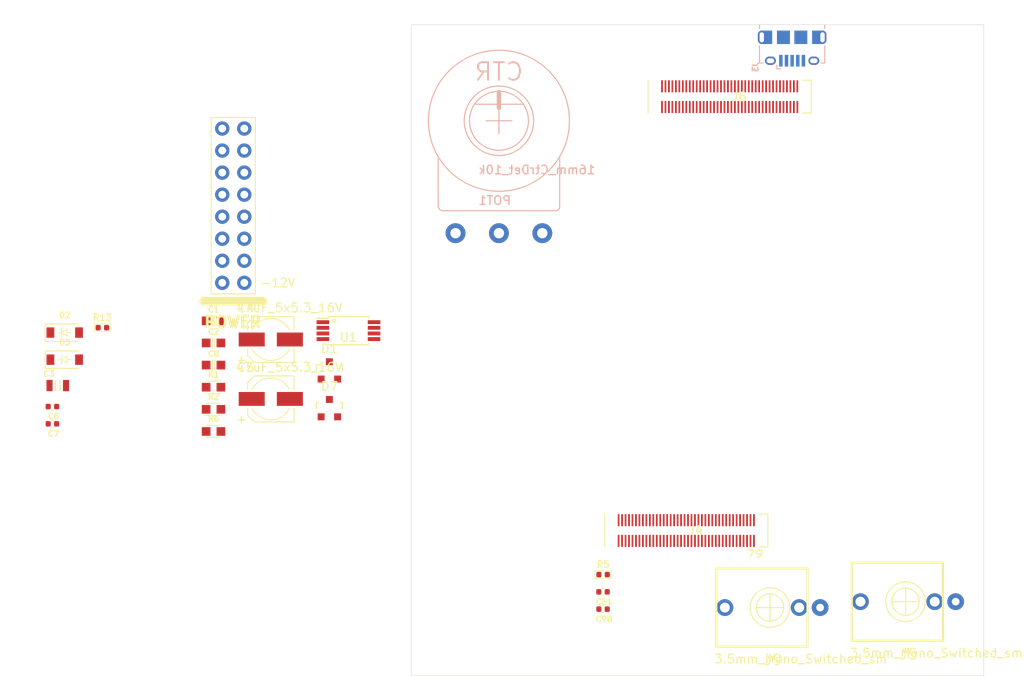
<source format=kicad_pcb>
(kicad_pcb (version 20241229) (generator "pcbnew") (generator_version "9.0")
  (layers (0 "F.Cu" signal) (4 "In1.Cu" signal) (6 "In2.Cu" signal) (2 "B.Cu" signal) (13 "F.Paste" user) (15 "B.Paste" user) (5 "F.SilkS" user "F.Silkscreen") (7 "B.SilkS" user "B.Silkscreen") (1 "F.Mask" user) (3 "B.Mask" user) (25 "Edge.Cuts" user))
  (net 0 "")
  (net 1 "+3V3")
  (net 2 "GND")
  (net 3 "+5V")
  (net 4 "/D0")
  (net 5 "/D1")
  (net 6 "/D2")
  (net 7 "/D3")
  (net 8 "GNDADC")
  (net 9 "VREF+")
  (net 10 "/D15")
  (net 11 "/D16")
  (net 12 "/D4")
  (net 13 "/D17")
  (net 14 "/D5")
  (net 15 "/D18")
  (net 16 "/D19")
  (net 17 "/D9")
  (net 18 "/D10")
  (net 19 "/D11")
  (net 20 "/D12")
  (net 21 "/SAI_MCLK")
  (net 22 "/SAI_SD_B")
  (net 23 "/SAI_FS")
  (net 24 "/SAI_SCK")
  (net 25 "/SAI_SD_A")
  (net 26 "-12VA")
  (net 27 "+12V")
  (net 28 "Net-(POT1-Center)")
  (net 29 "/USB_VBUS_JACK")
  (net 30 "Net-(D1-AK)")
  (net 31 "Net-(D2-A)")
  (net 32 "Net-(D3-K)")
  (net 33 "Net-(J5-SIG)")
  (net 38 "Net-(J9-SIG)")
  (net 39 "/ADC-16")
  (net 41 "Net-(U1A--)")
  (net 42 "Net-(U1B--)")
  (net 43 "/I2C2_SDA")
  (net 44 "/I2C2_SCL")
  (net 45 "/D7")
  (net 46 "/D6")
  (net 47 "/D13")
  (net 48 "/ADC-4")
  (net 49 "/D24")
  (net 50 "/D20")
  (net 51 "/ADC-8")
  (net 52 "/ADC-3")
  (net 53 "/D21")
  (net 54 "/D22")
  (net 55 "/USB_HS_D-")
  (net 56 "/D23")
  (net 57 "/USB_HS_D+")
  (net 58 "/D26")
  (net 59 "/ADC-7")
  (net 60 "/ADC-12")
  (net 61 "/ADC-14")
  (net 62 "/ADC-5")
  (net 63 "/D27")
  (net 64 "/D29")
  (net 65 "/D28")
  (net 66 "/D30")
  (net 67 "/ADC-11")
  (net 68 "/ADC-9")
  (net 69 "/ADC-10")
  (net 70 "/ADC-17")
  (net 71 "/ADC-15")
  (net 72 "/ADC-18_DAC0")
  (net 73 "/ADC-19_DAC1")
  (net 74 "/ADC-2")
  (net 75 "/ADC-13")
  (net 76 "/D8")
  (footprint "4ms_Capacitor:C_0603" (layer "F.Cu") (at 154.7692 83.5426)
    (property "Reference" "C8" (at 0 -1.3 0) (layer "F.SilkS") (effects (font (size 0.65 0.65))))
    (property "Value" "100nF_0603_16V")
    (fp_line (start -0.15 -0.6) (end -0.15 0.6) (stroke (width 0.12)) (layer "F.SilkS"))
    (fp_line (start 0.15 0.6) (end 0.15 -0.6) (stroke (width 0.12)) (layer "F.SilkS"))
    (pad "1" smd rect (at -0.85 0) (size 1 1) (layers "F.Cu" "F.Mask" "F.Paste") (net 28 "Net-(POT1-Center)"))
    (pad "2" smd rect (at 0.85 0) (size 1 1) (layers "F.Cu" "F.Mask" "F.Paste") (net 8 "GNDADC"))
  )
  (footprint "4ms_Resistor:R_0603" (layer "F.Cu") (at 154.7692 86.0926)
    (property "Reference" "R1" (at 0 -1.45 0) (layer "F.SilkS") (effects (font (size 0.65 0.65))))
    (property "Value" "68R_0603")
    (fp_line (start -0.85 -0.7) (end 0.85 -0.7) (stroke (width 0.12)) (layer "F.SilkS"))
    (fp_line (start 0.85 0.7) (end -0.85 0.7) (stroke (width 0.12)) (layer "F.SilkS"))
    (pad "1" smd rect (at -0.85 0) (size 1 1) (layers "F.Cu" "F.Mask" "F.Paste") (net 41 "Net-(U1A--)"))
    (pad "2" smd rect (at 0.85 0) (size 1 1) (layers "F.Cu" "F.Mask" "F.Paste") (net 74 "/ADC-2"))
  )
  (footprint "4ms_Connector:Pins_2x08_2.54mm_TH_EurorackPower" (layer "F.Cu") (at 157.0442 65.1726)
    (property "Reference" "J7")
    (property "Value" "Eurorack_Power_16pin_Unshrouded")
    (fp_line (start -2.54 -10.16) (end -2.54 -7.62) (stroke (width 0.127)) (layer "F.SilkS"))
    (fp_line (start -2.54 -10.16) (end 0 -10.16) (stroke (width 0.127)) (layer "F.SilkS"))
    (fp_line (start -2.54 -7.62) (end -2.54 -5.08) (stroke (width 0.127)) (layer "F.SilkS"))
    (fp_line (start -2.54 -5.08) (end -2.54 -2.54) (stroke (width 0.127)) (layer "F.SilkS"))
    (fp_line (start -2.54 -2.54) (end -2.54 0) (stroke (width 0.127)) (layer "F.SilkS"))
    (fp_line (start -2.54 0) (end -2.54 2.54) (stroke (width 0.127)) (layer "F.SilkS"))
    (fp_line (start -2.54 2.54) (end -2.54 5.08) (stroke (width 0.127)) (layer "F.SilkS"))
    (fp_line (start -2.54 5.08) (end -2.54 7.62) (stroke (width 0.127)) (layer "F.SilkS"))
    (fp_line (start -2.54 7.62) (end -2.54 10.16) (stroke (width 0.127)) (layer "F.SilkS"))
    (fp_line (start -2.54 10.16) (end 0 10.16) (stroke (width 0.127)) (layer "F.SilkS"))
    (fp_line (start 0 -10.16) (end 2.54 -10.16) (stroke (width 0.127)) (layer "F.SilkS"))
    (fp_line (start 0 10.16) (end 2.54 10.16) (stroke (width 0.127)) (layer "F.SilkS"))
    (fp_line (start 2.54 -7.62) (end 2.54 -10.16) (stroke (width 0.127)) (layer "F.SilkS"))
    (fp_line (start 2.54 -5.08) (end 2.54 -7.62) (stroke (width 0.127)) (layer "F.SilkS"))
    (fp_line (start 2.54 -2.54) (end 2.54 -5.08) (stroke (width 0.127)) (layer "F.SilkS"))
    (fp_line (start 2.54 0) (end 2.54 -2.54) (stroke (width 0.127)) (layer "F.SilkS"))
    (fp_line (start 2.54 2.54) (end 2.54 0) (stroke (width 0.127)) (layer "F.SilkS"))
    (fp_line (start 2.54 5.08) (end 2.54 2.54) (stroke (width 0.127)) (layer "F.SilkS"))
    (fp_line (start 2.54 7.62) (end 2.54 5.08) (stroke (width 0.127)) (layer "F.SilkS"))
    (fp_line (start 2.54 10.16) (end 2.54 7.62) (stroke (width 0.127)) (layer "F.SilkS"))
    (fp_line (start 3.4 11) (end -3.4 11) (stroke (width 1)) (layer "F.SilkS"))
    (fp_text user "-12V" (at 5.15 8.9 180) (layer "F.SilkS"))
    (fp_text user "POWER" (at -0.06 13.41 0) (layer "F.SilkS") (effects (font (size 1.27 1.27) (thickness 0.3175))))
    (pad "1" thru_hole circle (at 1.27 8.89 180) (size 1.651 1.651) (drill 0.9) (layers "*.Cu" "*.Mask") (net 32 "Net-(D3-K)"))
    (pad "2" thru_hole circle (at -1.27 8.89 180) (size 1.651 1.651) (drill 0.9) (layers "*.Cu" "*.Mask") (net 32 "Net-(D3-K)"))
    (pad "3" thru_hole circle (at 1.27 6.35 180) (size 1.651 1.651) (drill 0.9) (layers "*.Cu" "*.Mask") (net 2 "GND"))
    (pad "4" thru_hole circle (at -1.27 6.35 180) (size 1.651 1.651) (drill 0.9) (layers "*.Cu" "*.Mask") (net 2 "GND"))
    (pad "5" thru_hole circle (at 1.27 3.81 180) (size 1.651 1.651) (drill 0.9) (layers "*.Cu" "*.Mask") (net 2 "GND"))
    (pad "6" thru_hole circle (at -1.27 3.81 180) (size 1.651 1.651) (drill 0.9) (layers "*.Cu" "*.Mask") (net 2 "GND"))
    (pad "7" thru_hole circle (at 1.27 1.27 180) (size 1.651 1.651) (drill 0.9) (layers "*.Cu" "*.Mask") (net 2 "GND"))
    (pad "8" thru_hole circle (at -1.27 1.27 180) (size 1.651 1.651) (drill 0.9) (layers "*.Cu" "*.Mask") (net 2 "GND"))
    (pad "9" thru_hole circle (at 1.27 -1.27 180) (size 1.651 1.651) (drill 0.9) (layers "*.Cu" "*.Mask") (net 31 "Net-(D2-A)"))
    (pad "10" thru_hole circle (at -1.27 -1.27 180) (size 1.651 1.651) (drill 0.9) (layers "*.Cu" "*.Mask") (net 31 "Net-(D2-A)"))
    (pad "11" thru_hole circle (at 1.27 -3.81 180) (size 1.651 1.651) (drill 0.9) (layers "*.Cu" "*.Mask") (net 3 "+5V"))
    (pad "12" thru_hole circle (at -1.27 -3.81 180) (size 1.651 1.651) (drill 0.9) (layers "*.Cu" "*.Mask") (net 3 "+5V"))
    (pad "13" thru_hole circle (at 1.27 -6.35 180) (size 1.651 1.651) (drill 0.9) (layers "*.Cu" "*.Mask"))
    (pad "14" thru_hole circle (at -1.27 -6.35 180) (size 1.651 1.651) (drill 0.9) (layers "*.Cu" "*.Mask"))
    (pad "15" thru_hole circle (at 1.27 -8.89 180) (size 1.651 1.651) (drill 0.9) (layers "*.Cu" "*.Mask"))
    (pad "16" thru_hole circle (at -1.27 -8.89 180) (size 1.651 1.651) (drill 0.9) (layers "*.Cu" "*.Mask"))
  )
  (footprint "4ms_Package_SOT:SOT23-3_PO132" (layer "F.Cu") (at 168.1192 88.5026)
    (property "Reference" "D7" (at 0 -2.5 0) (layer "F.SilkS"))
    (property "Value" "BAT54S")
    (fp_line (start -1.49982 -0.65024) (end -1.2509 -0.65024) (stroke (width 0.15)) (layer "F.SilkS"))
    (fp_line (start -1.49982 0.0508) (end -1.49982 -0.65024) (stroke (width 0.15)) (layer "F.SilkS"))
    (fp_line (start 1.29916 -0.65024) (end 1.2509 -0.65024) (stroke (width 0.15)) (layer "F.SilkS"))
    (fp_line (start 1.29916 -0.65024) (end 1.49982 -0.65024) (stroke (width 0.15)) (layer "F.SilkS"))
    (fp_line (start 1.49982 -0.65024) (end 1.49982 0.0508) (stroke (width 0.15)) (layer "F.SilkS"))
    (pad "1" smd rect (at -0.95 1.00076) (size 0.8001 0.8001) (layers "F.Cu" "F.Mask" "F.Paste") (net 2 "GND"))
    (pad "2" smd rect (at 0.95 1.00076) (size 0.8001 0.8001) (layers "F.Cu" "F.Mask" "F.Paste") (net 1 "+3V3"))
    (pad "3" smd rect (at 0 -0.99822) (size 0.8001 0.8001) (layers "F.Cu" "F.Mask" "F.Paste") (net 7 "/D3"))
  )
  (footprint "4ms_Package_SOT:SOT23-3_PO132" (layer "F.Cu") (at 168.1192 84.1526)
    (property "Reference" "D1" (at 0 -2.5 0) (layer "F.SilkS"))
    (property "Value" "BAT54S")
    (fp_line (start -1.49982 -0.65024) (end -1.2509 -0.65024) (stroke (width 0.15)) (layer "F.SilkS"))
    (fp_line (start -1.49982 0.0508) (end -1.49982 -0.65024) (stroke (width 0.15)) (layer "F.SilkS"))
    (fp_line (start 1.29916 -0.65024) (end 1.2509 -0.65024) (stroke (width 0.15)) (layer "F.SilkS"))
    (fp_line (start 1.29916 -0.65024) (end 1.49982 -0.65024) (stroke (width 0.15)) (layer "F.SilkS"))
    (fp_line (start 1.49982 -0.65024) (end 1.49982 0.0508) (stroke (width 0.15)) (layer "F.SilkS"))
    (pad "1" smd rect (at -0.95 1.00076) (size 0.8001 0.8001) (layers "F.Cu" "F.Mask" "F.Paste") (net 2 "GND"))
    (pad "2" smd rect (at 0.95 1.00076) (size 0.8001 0.8001) (layers "F.Cu" "F.Mask" "F.Paste") (net 1 "+3V3"))
    (pad "3" smd rect (at 0 -0.99822) (size 0.8001 0.8001) (layers "F.Cu" "F.Mask" "F.Paste") (net 30 "Net-(D1-AK)"))
  )
  (footprint "4ms_Jack:EighthInch_PJ398SM" (layer "F.Cu") (at 218.9092 111.4876)
    (property "Reference" "J9" (at -0.76 6.76 0) (layer "F.SilkS") (effects (font (size 1.2065 1.2065) (thickness 0.1524)) (justify left bottom)))
    (property "Value" "3.5mm_Mono_Switched_sm" (at -6.51 6.51 0) (layer "F.SilkS") (effects (justify left bottom)))
    (fp_line (start -1.5 0) (end 1.5 0) (stroke (width 0.12)) (layer "F.SilkS"))
    (fp_line (start 0 1.5) (end 0 -1.5) (stroke (width 0.12)) (layer "F.SilkS"))
    (fp_circle (center -0.0127 0) (end 1.5621 0) (stroke (width 0.127)) (fill no) (layer "F.SilkS"))
    (fp_circle (center -0.0127 0) (end 2.2733 0) (stroke (width 0.127)) (fill no) (layer "F.SilkS"))
    (fp_poly (pts (xy 4.3058 -4.5) (xy 4.3058 4.5) (xy -6.2022 4.5) (xy -6.2022 -4.5)) (stroke (width 0.254)) (fill no) (layer "F.SilkS"))
    (pad "1" thru_hole circle (at -5.207 0) (size 1.9304 1.9304) (drill 1.143) (layers "*.Cu" "*.Mask") (net 38 "Net-(J9-SIG)"))
    (pad "2" thru_hole circle (at 5.7658 0) (size 1.9304 1.9304) (drill 0.889) (layers "*.Cu" "*.Mask") (net 2 "GND"))
    (pad "3" thru_hole circle (at 3.3528 0) (size 1.9304 1.9304) (drill 1.143) (layers "*.Cu" "*.Mask") (net 2 "GND"))
  )
  (footprint "4ms_Resistor:R_0402" (layer "F.Cu") (at 141.9586 79.2326)
    (property "Reference" "R13" (at 0 -1.17 0) (layer "F.SilkS") (effects (font (size 0.75 0.75))))
    (property "Value" "47k_0402")
    (fp_line (start -0.9144 -0.4445) (end -0.9144 0.4445) (stroke (width 0.1)) (layer "F.SilkS"))
    (fp_line (start -0.9144 -0.4445) (end 0.9144 -0.4445) (stroke (width 0.1)) (layer "F.SilkS"))
    (fp_line (start 0.9144 -0.4445) (end 0.9144 0.4445) (stroke (width 0.1)) (layer "F.SilkS"))
    (fp_line (start 0.9144 0.4445) (end -0.9144 0.4445) (stroke (width 0.1)) (layer "F.SilkS"))
    (pad "1" smd roundrect (at -0.485 0) (size 0.59 0.64) (layers "F.Cu" "F.Mask" "F.Paste") (net 38 "Net-(J9-SIG)"))
    (pad "2" smd roundrect (at 0.485 0) (size 0.59 0.64) (layers "F.Cu" "F.Mask" "F.Paste") (net 7 "/D3"))
  )
  (footprint "4ms_Capacitor:C_0805" (layer "F.Cu") (at 136.8192 85.9026)
    (property "Reference" "C3" (at -1.74 -1 0) (layer "F.SilkS") (effects (font (size 0.65 0.65)) (justify left bottom)))
    (property "Value" "10uF_0805_25V")
    (fp_line (start -0.254 0.5588) (end -0.254 -0.5588) (stroke (width 0.1524)) (layer "F.SilkS"))
    (fp_line (start 0.254 0.5588) (end 0.254 -0.5588) (stroke (width 0.1524)) (layer "F.SilkS"))
    (pad "1" smd rect (at -0.95 0) (size 0.7 1.3) (layers "F.Cu" "F.Mask" "F.Paste") (net 3 "+5V"))
    (pad "2" smd rect (at 0.95 0) (size 0.7 1.3) (layers "F.Cu" "F.Mask" "F.Paste") (net 2 "GND"))
  )
  (footprint "4ms_Capacitor:CP_Elec_5x5.3" (layer "F.Cu") (at 161.3692 87.4426)
    (property "Reference" "C5" (at -2.89 -3.63 0) (layer "F.SilkS") (effects (font (size 1.016 1.016) (thickness 0.1524))))
    (property "Value" "47uF_5x5.3_16V" (at 2.12 -3.65 0) (layer "F.SilkS") (effects (font (size 1.016 1.016) (thickness 0.1524))))
    (fp_line (start -2.67 -1.88) (end -2.67 -1.1) (stroke (width 0.12)) (layer "F.SilkS"))
    (fp_line (start -2.67 1.88) (end -2.67 1.1) (stroke (width 0.12)) (layer "F.SilkS"))
    (fp_line (start -2.67 1.88) (end -1.91 2.65) (stroke (width 0.12)) (layer "F.SilkS"))
    (fp_line (start -1.91 -2.65) (end -2.67 -1.88) (stroke (width 0.12)) (layer "F.SilkS"))
    (fp_line (start -1.91 2.65) (end 2.67 2.65) (stroke (width 0.12)) (layer "F.SilkS"))
    (fp_line (start 2.67 -2.65) (end -1.91 -2.65) (stroke (width 0.12)) (layer "F.SilkS"))
    (fp_line (start 2.67 -2.65) (end 2.67 -1.1) (stroke (width 0.12)) (layer "F.SilkS"))
    (fp_line (start 2.67 2.65) (end 2.67 1.1) (stroke (width 0.12)) (layer "F.SilkS"))
    (fp_arc (start -2.15 -1.1) (mid -0.017048 -2.414997) (end 2.134257 -1.130243) (stroke (width 0.12)) (layer "F.SilkS"))
    (fp_arc (start 2.15 1.1) (mid 0.017048 2.414997) (end -2.134257 1.130243) (stroke (width 0.12)) (layer "F.SilkS"))
    (fp_text user "+" (at -3.38 2.34 0) (layer "F.SilkS"))
    (pad "1" smd rect (at -2.2 0 180) (size 3 1.6) (layers "F.Cu" "F.Mask" "F.Paste") (net 2 "GND"))
    (pad "2" smd rect (at 2.2 0 180) (size 3 1.6) (layers "F.Cu" "F.Mask" "F.Paste") (net 26 "-12VA"))
  )
  (footprint "4ms_Capacitor:C_0402" (layer "F.Cu") (at 136.1992 90.3126)
    (property "Reference" "C7" (at 0.127 1.143 0) (layer "F.SilkS") (effects (font (size 0.65 0.65))))
    (property "Value" "100nF_0402_16V")
    (fp_line (start -0.155 -0.39) (end 0.155 -0.39) (stroke (width 0.1)) (layer "F.SilkS"))
    (fp_line (start -0.155 0.39) (end 0.155 0.39) (stroke (width 0.1)) (layer "F.SilkS"))
    (pad "1" smd roundrect (at -0.485 0) (size 0.59 0.64) (layers "F.Cu" "F.Mask" "F.Paste") (net 26 "-12VA"))
    (pad "2" smd roundrect (at 0.485 0) (size 0.59 0.64) (layers "F.Cu" "F.Mask" "F.Paste") (net 2 "GND"))
  )
  (footprint "4ms_Diode:D_SOD-123" (layer "F.Cu") (at 137.6192 82.9176)
    (property "Reference" "D3" (at 0 -2 0) (layer "F.SilkS") (effects (font (size 0.65 0.65))))
    (property "Value" "B140HW-7")
    (fp_line (start -2.25 -1) (end -2.25 1) (stroke (width 0.12)) (layer "F.SilkS"))
    (fp_line (start -2.25 -1) (end 1.65 -1) (stroke (width 0.12)) (layer "F.SilkS"))
    (fp_line (start -2.25 1) (end 1.65 1) (stroke (width 0.12)) (layer "F.SilkS"))
    (fp_line (start -0.75 0) (end -0.35 0) (stroke (width 0.1)) (layer "F.SilkS"))
    (fp_line (start -0.35 0) (end -0.35 -0.55) (stroke (width 0.1)) (layer "F.SilkS"))
    (fp_line (start -0.35 0) (end -0.35 0.55) (stroke (width 0.1)) (layer "F.SilkS"))
    (fp_line (start -0.35 0) (end 0.25 -0.4) (stroke (width 0.1)) (layer "F.SilkS"))
    (fp_line (start 0.25 -0.4) (end 0.25 0.4) (stroke (width 0.1)) (layer "F.SilkS"))
    (fp_line (start 0.25 0) (end 0.75 0) (stroke (width 0.1)) (layer "F.SilkS"))
    (fp_line (start 0.25 0.4) (end -0.35 0) (stroke (width 0.1)) (layer "F.SilkS"))
    (pad "1" smd rect (at -1.65 0) (size 0.9 1.2) (layers "F.Cu" "F.Mask" "F.Paste") (net 32 "Net-(D3-K)"))
    (pad "2" smd rect (at 1.65 0) (size 0.9 1.2) (layers "F.Cu" "F.Mask" "F.Paste") (net 26 "-12VA"))
  )
  (footprint "4ms_Resistor:R_0402" (layer "F.Cu") (at 199.6636 107.6876)
    (property "Reference" "R5" (at 0 -1.17 0) (layer "F.SilkS") (effects (font (size 0.75 0.75))))
    (property "Value" "47k_0402")
    (fp_line (start -0.9144 -0.4445) (end -0.9144 0.4445) (stroke (width 0.1)) (layer "F.SilkS"))
    (fp_line (start -0.9144 -0.4445) (end 0.9144 -0.4445) (stroke (width 0.1)) (layer "F.SilkS"))
    (fp_line (start 0.9144 -0.4445) (end 0.9144 0.4445) (stroke (width 0.1)) (layer "F.SilkS"))
    (fp_line (start 0.9144 0.4445) (end -0.9144 0.4445) (stroke (width 0.1)) (layer "F.SilkS"))
    (pad "1" smd roundrect (at -0.485 0) (size 0.59 0.64) (layers "F.Cu" "F.Mask" "F.Paste") (net 33 "Net-(J5-SIG)"))
    (pad "2" smd roundrect (at 0.485 0) (size 0.59 0.64) (layers "F.Cu" "F.Mask" "F.Paste") (net 30 "Net-(D1-AK)"))
  )
  (footprint "mp153-devboard:Connector-80socket-P0.4mm-W3.0mm" (layer "F.Cu") (at 209.2509 102.61 90)
    (property "Reference" "J4" (at 0 1.1 0) (layer "F.SilkS"))
    (property "Value" "Socket_02x40_P0.4mm_W3.0mm_SMT" (hide yes))
    (fp_line (start -1.89 -9.4) (end 1.89 -9.4) (stroke (width 0.12)) (layer "F.SilkS"))
    (fp_line (start 1.89 9.4) (end 1.89 8.4) (stroke (width 0.12)) (layer "F.SilkS"))
    (fp_line (start -1.89 9.4) (end -1.89 8.4) (stroke (width 0.12)) (layer "F.SilkS"))
    (fp_line (start -1.89 9.4) (end 1.89 9.4) (stroke (width 0.12)) (layer "F.SilkS"))
    (pad "1" smd rect (at -1.195 -7.8) (size 0.2 1.39) (layers "F.Cu" "F.Mask" "F.Paste") (net 65 "/D28"))
    (pad "2" smd rect (at 1.195 -7.8) (size 0.2 1.39) (layers "F.Cu" "F.Mask" "F.Paste") (net 65 "/D28"))
    (pad "3" smd rect (at -1.195 -7.4) (size 0.2 1.39) (layers "F.Cu" "F.Mask" "F.Paste") (net 4 "/D0"))
    (pad "4" smd rect (at 1.195 -7.4) (size 0.2 1.39) (layers "F.Cu" "F.Mask" "F.Paste") (net 4 "/D0"))
    (pad "5" smd rect (at -1.195 -7) (size 0.2 1.39) (layers "F.Cu" "F.Mask" "F.Paste") (net 7 "/D3"))
    (pad "6" smd rect (at 1.195 -7) (size 0.2 1.39) (layers "F.Cu" "F.Mask" "F.Paste") (net 7 "/D3"))
    (pad "7" smd rect (at -1.195 -6.6) (size 0.2 1.39) (layers "F.Cu" "F.Mask" "F.Paste") (net 10 "/D15"))
    (pad "8" smd rect (at 1.195 -6.6) (size 0.2 1.39) (layers "F.Cu" "F.Mask" "F.Paste") (net 10 "/D15"))
    (pad "9" smd rect (at -1.195 -6.2) (size 0.2 1.39) (layers "F.Cu" "F.Mask" "F.Paste") (net 6 "/D2"))
    (pad "10" smd rect (at 1.195 -6.2) (size 0.2 1.39) (layers "F.Cu" "F.Mask" "F.Paste") (net 6 "/D2"))
    (pad "11" smd rect (at -1.195 -5.8) (size 0.2 1.39) (layers "F.Cu" "F.Mask" "F.Paste") (net 44 "/I2C2_SCL"))
    (pad "12" smd rect (at 1.195 -5.8) (size 0.2 1.39) (layers "F.Cu" "F.Mask" "F.Paste") (net 44 "/I2C2_SCL"))
    (pad "13" smd rect (at -1.195 -5.4) (size 0.2 1.39) (layers "F.Cu" "F.Mask" "F.Paste") (net 47 "/D13"))
    (pad "14" smd rect (at 1.195 -5.4) (size 0.2 1.39) (layers "F.Cu" "F.Mask" "F.Paste") (net 47 "/D13"))
    (pad "15" smd rect (at -1.195 -5) (size 0.2 1.39) (layers "F.Cu" "F.Mask" "F.Paste") (net 76 "/D8"))
    (pad "16" smd rect (at 1.195 -5) (size 0.2 1.39) (layers "F.Cu" "F.Mask" "F.Paste") (net 76 "/D8"))
    (pad "17" smd rect (at -1.195 -4.6) (size 0.2 1.39) (layers "F.Cu" "F.Mask" "F.Paste") (net 43 "/I2C2_SDA"))
    (pad "18" smd rect (at 1.195 -4.6) (size 0.2 1.39) (layers "F.Cu" "F.Mask" "F.Paste") (net 43 "/I2C2_SDA"))
    (pad "19" smd rect (at -1.195 -4.2) (size 0.2 1.39) (layers "F.Cu" "F.Mask" "F.Paste") (net 50 "/D20"))
    (pad "20" smd rect (at 1.195 -4.2) (size 0.2 1.39) (layers "F.Cu" "F.Mask" "F.Paste") (net 50 "/D20"))
    (pad "21" smd rect (at -1.195 -3.8) (size 0.2 1.39) (layers "F.Cu" "F.Mask" "F.Paste") (net 5 "/D1"))
    (pad "22" smd rect (at 1.195 -3.8) (size 0.2 1.39) (layers "F.Cu" "F.Mask" "F.Paste") (net 5 "/D1"))
    (pad "23" smd rect (at -1.195 -3.4) (size 0.2 1.39) (layers "F.Cu" "F.Mask" "F.Paste") (net 2 "GND"))
    (pad "24" smd rect (at 1.195 -3.4) (size 0.2 1.39) (layers "F.Cu" "F.Mask" "F.Paste") (net 2 "GND"))
    (pad "25" smd rect (at -1.195 -3) (size 0.2 1.39) (layers "F.Cu" "F.Mask" "F.Paste") (net 8 "GNDADC"))
    (pad "26" smd rect (at 1.195 -3) (size 0.2 1.39) (layers "F.Cu" "F.Mask" "F.Paste") (net 8 "GNDADC"))
    (pad "27" smd rect (at -1.195 -2.6) (size 0.2 1.39) (layers "F.Cu" "F.Mask" "F.Paste") (net 9 "VREF+"))
    (pad "28" smd rect (at 1.195 -2.6) (size 0.2 1.39) (layers "F.Cu" "F.Mask" "F.Paste") (net 9 "VREF+"))
    (pad "29" smd rect (at -1.195 -2.2) (size 0.2 1.39) (layers "F.Cu" "F.Mask" "F.Paste") (net 39 "/ADC-16"))
    (pad "30" smd rect (at 1.195 -2.2) (size 0.2 1.39) (layers "F.Cu" "F.Mask" "F.Paste") (net 39 "/ADC-16"))
    (pad "31" smd rect (at -1.195 -1.8) (size 0.2 1.39) (layers "F.Cu" "F.Mask" "F.Paste") (net 71 "/ADC-15"))
    (pad "32" smd rect (at 1.195 -1.8) (size 0.2 1.39) (layers "F.Cu" "F.Mask" "F.Paste") (net 71 "/ADC-15"))
    (pad "33" smd rect (at -1.195 -1.4) (size 0.2 1.39) (layers "F.Cu" "F.Mask" "F.Paste") (net 75 "/ADC-13"))
    (pad "34" smd rect (at 1.195 -1.4) (size 0.2 1.39) (layers "F.Cu" "F.Mask" "F.Paste") (net 75 "/ADC-13"))
    (pad "35" smd rect (at -1.195 -1) (size 0.2 1.39) (layers "F.Cu" "F.Mask" "F.Paste") (net 60 "/ADC-12"))
    (pad "36" smd rect (at 1.195 -1) (size 0.2 1.39) (layers "F.Cu" "F.Mask" "F.Paste") (net 60 "/ADC-12"))
    (pad "37" smd rect (at -1.195 -0.6) (size 0.2 1.39) (layers "F.Cu" "F.Mask" "F.Paste") (net 67 "/ADC-11"))
    (pad "38" smd rect (at 1.195 -0.6) (size 0.2 1.39) (layers "F.Cu" "F.Mask" "F.Paste") (net 67 "/ADC-11"))
    (pad "39" smd rect (at -1.195 -0.2) (size 0.2 1.39) (layers "F.Cu" "F.Mask" "F.Paste") (net 70 "/ADC-17"))
    (pad "40" smd rect (at 1.195 -0.2) (size 0.2 1.39) (layers "F.Cu" "F.Mask" "F.Paste") (net 70 "/ADC-17"))
    (pad "41" smd rect (at -1.195 0.2) (size 0.2 1.39) (layers "F.Cu" "F.Mask" "F.Paste") (net 68 "/ADC-9"))
    (pad "42" smd rect (at 1.195 0.2) (size 0.2 1.39) (layers "F.Cu" "F.Mask" "F.Paste") (net 68 "/ADC-9"))
    (pad "43" smd rect (at -1.195 0.6) (size 0.2 1.39) (layers "F.Cu" "F.Mask" "F.Paste") (net 61 "/ADC-14"))
    (pad "44" smd rect (at 1.195 0.6) (size 0.2 1.39) (layers "F.Cu" "F.Mask" "F.Paste") (net 61 "/ADC-14"))
    (pad "45" smd rect (at -1.195 1) (size 0.2 1.39) (layers "F.Cu" "F.Mask" "F.Paste") (net 62 "/ADC-5"))
    (pad "46" smd rect (at 1.195 1) (size 0.2 1.39) (layers "F.Cu" "F.Mask" "F.Paste") (net 62 "/ADC-5"))
    (pad "47" smd rect (at -1.195 1.4) (size 0.2 1.39) (layers "F.Cu" "F.Mask" "F.Paste") (net 51 "/ADC-8"))
    (pad "48" smd rect (at 1.195 1.4) (size 0.2 1.39) (layers "F.Cu" "F.Mask" "F.Paste") (net 51 "/ADC-8"))
    (pad "49" smd rect (at -1.195 1.8) (size 0.2 1.39) (layers "F.Cu" "F.Mask" "F.Paste") (net 48 "/ADC-4"))
    (pad "50" smd rect (at 1.195 1.8) (size 0.2 1.39) (layers "F.Cu" "F.Mask" "F.Paste") (net 48 "/ADC-4"))
    (pad "51" smd rect (at -1.195 2.2) (size 0.2 1.39) (layers "F.Cu" "F.Mask" "F.Paste") (net 69 "/ADC-10"))
    (pad "52" smd rect (at 1.195 2.2) (size 0.2 1.39) (layers "F.Cu" "F.Mask" "F.Paste") (net 69 "/ADC-10"))
    (pad "53" smd rect (at -1.195 2.6) (size 0.2 1.39) (layers "F.Cu" "F.Mask" "F.Paste") (net 59 "/ADC-7"))
    (pad "54" smd rect (at 1.195 2.6) (size 0.2 1.39) (layers "F.Cu" "F.Mask" "F.Paste") (net 59 "/ADC-7"))
    (pad "55" smd rect (at -1.195 3) (size 0.2 1.39) (layers "F.Cu" "F.Mask" "F.Paste") (net 73 "/ADC-19_DAC1"))
    (pad "56" smd rect (at 1.195 3) (size 0.2 1.39) (layers "F.Cu" "F.Mask" "F.Paste") (net 73 "/ADC-19_DAC1"))
    (pad "57" smd rect (at -1.195 3.4) (size 0.2 1.39) (layers "F.Cu" "F.Mask" "F.Paste") (net 52 "/ADC-3"))
    (pad "58" smd rect (at 1.195 3.4) (size 0.2 1.39) (layers "F.Cu" "F.Mask" "F.Paste") (net 52 "/ADC-3"))
    (pad "59" smd rect (at -1.195 3.8) (size 0.2 1.39) (layers "F.Cu" "F.Mask" "F.Paste") (net 72 "/ADC-18_DAC0"))
    (pad "60" smd rect (at 1.195 3.8) (size 0.2 1.39) (layers "F.Cu" "F.Mask" "F.Paste") (net 72 "/ADC-18_DAC0"))
    (pad "61" smd rect (at -1.195 4.2) (size 0.2 1.39) (layers "F.Cu" "F.Mask" "F.Paste") (net 74 "/ADC-2"))
    (pad "62" smd rect (at 1.195 4.2) (size 0.2 1.39) (layers "F.Cu" "F.Mask" "F.Paste") (net 74 "/ADC-2"))
    (pad "63" smd rect (at -1.195 4.6) (size 0.2 1.39) (layers "F.Cu" "F.Mask" "F.Paste") (net 9 "VREF+"))
    (pad "64" smd rect (at 1.195 4.6) (size 0.2 1.39) (layers "F.Cu" "F.Mask" "F.Paste") (net 9 "VREF+"))
    (pad "65" smd rect (at -1.195 5) (size 0.2 1.39) (layers "F.Cu" "F.Mask" "F.Paste") (net 8 "GNDADC"))
    (pad "66" smd rect (at 1.195 5) (size 0.2 1.39) (layers "F.Cu" "F.Mask" "F.Paste") (net 8 "GNDADC"))
    (pad "67" smd rect (at -1.195 5.4) (size 0.2 1.39) (layers "F.Cu" "F.Mask" "F.Paste") (net 2 "GND"))
    (pad "68" smd rect (at 1.195 5.4) (size 0.2 1.39) (layers "F.Cu" "F.Mask" "F.Paste") (net 2 "GND"))
    (pad "69" smd rect (at -1.195 5.8) (size 0.2 1.39) (layers "F.Cu" "F.Mask" "F.Paste") (net 64 "/D29"))
    (pad "70" smd rect (at 1.195 5.8) (size 0.2 1.39) (layers "F.Cu" "F.Mask" "F.Paste") (net 64 "/D29"))
    (pad "71" smd rect (at -1.195 6.2) (size 0.2 1.39) (layers "F.Cu" "F.Mask" "F.Paste") (net 63 "/D27"))
    (pad "72" smd rect (at 1.195 6.2) (size 0.2 1.39) (layers "F.Cu" "F.Mask" "F.Paste") (net 63 "/D27"))
    (pad "73" smd rect (at -1.195 6.6) (size 0.2 1.39) (layers "F.Cu" "F.Mask" "F.Paste") (net 58 "/D26"))
    (pad "74" smd rect (at 1.195 6.6) (size 0.2 1.39) (layers "F.Cu" "F.Mask" "F.Paste") (net 58 "/D26"))
    (pad "75" smd rect (at -1.195 7) (size 0.2 1.39) (layers "F.Cu" "F.Mask" "F.Paste") (net 66 "/D30"))
    (pad "76" smd rect (at 1.195 7) (size 0.2 1.39) (layers "F.Cu" "F.Mask" "F.Paste") (net 66 "/D30"))
    (pad "77" smd rect (at -1.195 7.4) (size 0.2 1.39) (layers "F.Cu" "F.Mask" "F.Paste") (net 2 "GND"))
    (pad "78" smd rect (at 1.195 7.4) (size 0.2 1.39) (layers "F.Cu" "F.Mask" "F.Paste") (net 2 "GND"))
    (pad "79" smd rect (at -1.195 7.8) (size 0.2 1.39) (layers "F.Cu" "F.Mask" "F.Paste") (net 2 "GND"))
    (pad "80" smd rect (at 1.195 7.8) (size 0.2 1.39) (layers "F.Cu" "F.Mask" "F.Paste") (net 2 "GND"))
  )
  (footprint "4ms_Capacitor:C_0402" (layer "F.Cu") (at 199.6542 109.6776)
    (property "Reference" "C81" (at 0.127 1.143 0) (layer "F.SilkS") (effects (font (size 0.65 0.65))))
    (property "Value" "10nF_0402_16V")
    (fp_line (start -0.155 -0.39) (end 0.155 -0.39) (stroke (width 0.1)) (layer "F.SilkS"))
    (fp_line (start -0.155 0.39) (end 0.155 0.39) (stroke (width 0.1)) (layer "F.SilkS"))
    (pad "1" smd roundrect (at -0.485 0) (size 0.59 0.64) (layers "F.Cu" "F.Mask" "F.Paste") (net 7 "/D3"))
    (pad "2" smd roundrect (at 0.485 0) (size 0.59 0.64) (layers "F.Cu" "F.Mask" "F.Paste") (net 2 "GND"))
  )
  (footprint "4ms_Resistor:R_0603" (layer "F.Cu") (at 154.7692 88.6426)
    (property "Reference" "R2" (at 0 -1.45 0) (layer "F.SilkS") (effects (font (size 0.65 0.65))))
    (property "Value" "68R_0603")
    (fp_line (start -0.85 -0.7) (end 0.85 -0.7) (stroke (width 0.12)) (layer "F.SilkS"))
    (fp_line (start 0.85 0.7) (end -0.85 0.7) (stroke (width 0.12)) (layer "F.SilkS"))
    (pad "1" smd rect (at -0.85 0) (size 1 1) (layers "F.Cu" "F.Mask" "F.Paste") (net 42 "Net-(U1B--)"))
    (pad "2" smd rect (at 0.85 0) (size 1 1) (layers "F.Cu" "F.Mask" "F.Paste") (net 52 "/ADC-3"))
  )
  (footprint "4ms_Capacitor:C_0603" (layer "F.Cu") (at 154.7692 78.4426)
    (property "Reference" "C1" (at 0 -1.3 0) (layer "F.SilkS") (effects (font (size 0.65 0.65))))
    (property "Value" "100nF_0603_16V")
    (fp_line (start -0.15 -0.6) (end -0.15 0.6) (stroke (width 0.12)) (layer "F.SilkS"))
    (fp_line (start 0.15 0.6) (end 0.15 -0.6) (stroke (width 0.12)) (layer "F.SilkS"))
    (pad "1" smd rect (at -0.85 0) (size 1 1) (layers "F.Cu" "F.Mask" "F.Paste") (net 26 "-12VA"))
    (pad "2" smd rect (at 0.85 0) (size 1 1) (layers "F.Cu" "F.Mask" "F.Paste") (net 2 "GND"))
  )
  (footprint "4ms_Jack:EighthInch_PJ398SM" (layer "F.Cu") (at 234.5292 110.8076)
    (property "Reference" "J5" (at -0.76 6.76 0) (layer "F.SilkS") (effects (font (size 1.2065 1.2065) (thickness 0.1524)) (justify left bottom)))
    (property "Value" "3.5mm_Mono_Switched_sm" (at -6.51 6.51 0) (layer "F.SilkS") (effects (justify left bottom)))
    (fp_line (start -1.5 0) (end 1.5 0) (stroke (width 0.12)) (layer "F.SilkS"))
    (fp_line (start 0 1.5) (end 0 -1.5) (stroke (width 0.12)) (layer "F.SilkS"))
    (fp_circle (center -0.0127 0) (end 1.5621 0) (stroke (width 0.127)) (fill no) (layer "F.SilkS"))
    (fp_circle (center -0.0127 0) (end 2.2733 0) (stroke (width 0.127)) (fill no) (layer "F.SilkS"))
    (fp_poly (pts (xy 4.3058 -4.5) (xy 4.3058 4.5) (xy -6.2022 4.5) (xy -6.2022 -4.5)) (stroke (width 0.254)) (fill no) (layer "F.SilkS"))
    (pad "1" thru_hole circle (at -5.207 0) (size 1.9304 1.9304) (drill 1.143) (layers "*.Cu" "*.Mask") (net 33 "Net-(J5-SIG)"))
    (pad "2" thru_hole circle (at 5.7658 0) (size 1.9304 1.9304) (drill 0.889) (layers "*.Cu" "*.Mask") (net 2 "GND"))
    (pad "3" thru_hole circle (at 3.3528 0) (size 1.9304 1.9304) (drill 1.143) (layers "*.Cu" "*.Mask") (net 2 "GND"))
  )
  (footprint "4ms_Capacitor:C_0603" (layer "F.Cu") (at 154.7692 80.9926)
    (property "Reference" "C2" (at 0 -1.3 0) (layer "F.SilkS") (effects (font (size 0.65 0.65))))
    (property "Value" "100nF_0603_16V")
    (fp_line (start -0.15 -0.6) (end -0.15 0.6) (stroke (width 0.12)) (layer "F.SilkS"))
    (fp_line (start 0.15 0.6) (end 0.15 -0.6) (stroke (width 0.12)) (layer "F.SilkS"))
    (pad "1" smd rect (at -0.85 0) (size 1 1) (layers "F.Cu" "F.Mask" "F.Paste") (net 27 "+12V"))
    (pad "2" smd rect (at 0.85 0) (size 1 1) (layers "F.Cu" "F.Mask" "F.Paste") (net 2 "GND"))
  )
  (footprint "4ms_Diode:D_SOD-123" (layer "F.Cu") (at 137.6192 79.7976)
    (property "Reference" "D2" (at 0 -2 0) (layer "F.SilkS") (effects (font (size 0.65 0.65))))
    (property "Value" "B140HW-7")
    (fp_line (start -2.25 -1) (end -2.25 1) (stroke (width 0.12)) (layer "F.SilkS"))
    (fp_line (start -2.25 -1) (end 1.65 -1) (stroke (width 0.12)) (layer "F.SilkS"))
    (fp_line (start -2.25 1) (end 1.65 1) (stroke (width 0.12)) (layer "F.SilkS"))
    (fp_line (start -0.75 0) (end -0.35 0) (stroke (width 0.1)) (layer "F.SilkS"))
    (fp_line (start -0.35 0) (end -0.35 -0.55) (stroke (width 0.1)) (layer "F.SilkS"))
    (fp_line (start -0.35 0) (end -0.35 0.55) (stroke (width 0.1)) (layer "F.SilkS"))
    (fp_line (start -0.35 0) (end 0.25 -0.4) (stroke (width 0.1)) (layer "F.SilkS"))
    (fp_line (start 0.25 -0.4) (end 0.25 0.4) (stroke (width 0.1)) (layer "F.SilkS"))
    (fp_line (start 0.25 0) (end 0.75 0) (stroke (width 0.1)) (layer "F.SilkS"))
    (fp_line (start 0.25 0.4) (end -0.35 0) (stroke (width 0.1)) (layer "F.SilkS"))
    (pad "1" smd rect (at -1.65 0) (size 0.9 1.2) (layers "F.Cu" "F.Mask" "F.Paste") (net 27 "+12V"))
    (pad "2" smd rect (at 1.65 0) (size 0.9 1.2) (layers "F.Cu" "F.Mask" "F.Paste") (net 31 "Net-(D2-A)"))
  )
  (footprint "4ms_Capacitor:C_0402" (layer "F.Cu") (at 136.1992 88.3226)
    (property "Reference" "C6" (at 0.127 1.143 0) (layer "F.SilkS") (effects (font (size 0.65 0.65))))
    (property "Value" "100nF_0402_16V")
    (fp_line (start -0.155 -0.39) (end 0.155 -0.39) (stroke (width 0.1)) (layer "F.SilkS"))
    (fp_line (start -0.155 0.39) (end 0.155 0.39) (stroke (width 0.1)) (layer "F.SilkS"))
    (pad "1" smd roundrect (at -0.485 0) (size 0.59 0.64) (layers "F.Cu" "F.Mask" "F.Paste") (net 27 "+12V"))
    (pad "2" smd roundrect (at 0.485 0) (size 0.59 0.64) (layers "F.Cu" "F.Mask" "F.Paste") (net 2 "GND"))
  )
  (footprint "4ms_Capacitor:C_0402" (layer "F.Cu") (at 199.6542 111.6676)
    (property "Reference" "C98" (at 0.127 1.143 0) (layer "F.SilkS") (effects (font (size 0.65 0.65))))
    (property "Value" "10nF_0402_16V")
    (fp_line (start -0.155 -0.39) (end 0.155 -0.39) (stroke (width 0.1)) (layer "F.SilkS"))
    (fp_line (start -0.155 0.39) (end 0.155 0.39) (stroke (width 0.1)) (layer "F.SilkS"))
    (pad "1" smd roundrect (at -0.485 0) (size 0.59 0.64) (layers "F.Cu" "F.Mask" "F.Paste") (net 30 "Net-(D1-AK)"))
    (pad "2" smd roundrect (at 0.485 0) (size 0.59 0.64) (layers "F.Cu" "F.Mask" "F.Paste") (net 2 "GND"))
  )
  (footprint "4ms_Resistor:R_0603" (layer "F.Cu") (at 154.7692 91.1926)
    (property "Reference" "R6" (at 0 -1.45 0) (layer "F.SilkS") (effects (font (size 0.65 0.65))))
    (property "Value" "100k_0603")
    (fp_line (start -0.85 -0.7) (end 0.85 -0.7) (stroke (width 0.12)) (layer "F.SilkS"))
    (fp_line (start 0.85 0.7) (end -0.85 0.7) (stroke (width 0.12)) (layer "F.SilkS"))
    (pad "1" smd rect (at -0.85 0) (size 1 1) (layers "F.Cu" "F.Mask" "F.Paste") (net 30 "Net-(D1-AK)"))
    (pad "2" smd rect (at 0.85 0) (size 1 1) (layers "F.Cu" "F.Mask" "F.Paste") (net 2 "GND"))
  )
  (footprint "4ms_Capacitor:CP_Elec_5x5.3" (layer "F.Cu") (at 161.3692 80.5926)
    (property "Reference" "C4" (at -2.89 -3.63 0) (layer "F.SilkS") (effects (font (size 1.016 1.016) (thickness 0.1524))))
    (property "Value" "47uF_5x5.3_16V" (at 2.12 -3.65 0) (layer "F.SilkS") (effects (font (size 1.016 1.016) (thickness 0.1524))))
    (fp_line (start -2.67 -1.88) (end -2.67 -1.1) (stroke (width 0.12)) (layer "F.SilkS"))
    (fp_line (start -2.67 1.88) (end -2.67 1.1) (stroke (width 0.12)) (layer "F.SilkS"))
    (fp_line (start -2.67 1.88) (end -1.91 2.65) (stroke (width 0.12)) (layer "F.SilkS"))
    (fp_line (start -1.91 -2.65) (end -2.67 -1.88) (stroke (width 0.12)) (layer "F.SilkS"))
    (fp_line (start -1.91 2.65) (end 2.67 2.65) (stroke (width 0.12)) (layer "F.SilkS"))
    (fp_line (start 2.67 -2.65) (end -1.91 -2.65) (stroke (width 0.12)) (layer "F.SilkS"))
    (fp_line (start 2.67 -2.65) (end 2.67 -1.1) (stroke (width 0.12)) (layer "F.SilkS"))
    (fp_line (start 2.67 2.65) (end 2.67 1.1) (stroke (width 0.12)) (layer "F.SilkS"))
    (fp_arc (start -2.15 -1.1) (mid -0.017048 -2.414997) (end 2.134257 -1.130243) (stroke (width 0.12)) (layer "F.SilkS"))
    (fp_arc (start 2.15 1.1) (mid 0.017048 2.414997) (end -2.134257 1.130243) (stroke (width 0.12)) (layer "F.SilkS"))
    (fp_text user "+" (at -3.38 2.34 0) (layer "F.SilkS"))
    (pad "1" smd rect (at -2.2 0 180) (size 3 1.6) (layers "F.Cu" "F.Mask" "F.Paste") (net 27 "+12V"))
    (pad "2" smd rect (at 2.2 0 180) (size 3 1.6) (layers "F.Cu" "F.Mask" "F.Paste") (net 2 "GND"))
  )
  (footprint "mp153-devboard:Connector-80socket-P0.4mm-W3.0mm" (layer "F.Cu") (at 214.2509 52.61 90)
    (property "Reference" "J6" (at 0 1.1 0) (layer "F.SilkS"))
    (property "Value" "Socket_02x40_P0.4mm_W3.0mm_SMT" (hide yes))
    (fp_line (start -1.89 -9.4) (end 1.89 -9.4) (stroke (width 0.12)) (layer "F.SilkS"))
    (fp_line (start 1.89 9.4) (end 1.89 8.4) (stroke (width 0.12)) (layer "F.SilkS"))
    (fp_line (start -1.89 9.4) (end -1.89 8.4) (stroke (width 0.12)) (layer "F.SilkS"))
    (fp_line (start -1.89 9.4) (end 1.89 9.4) (stroke (width 0.12)) (layer "F.SilkS"))
    (pad "1" smd rect (at -1.195 -7.8) (size 0.2 1.39) (layers "F.Cu" "F.Mask" "F.Paste") (net 56 "/D23"))
    (pad "2" smd rect (at 1.195 -7.8) (size 0.2 1.39) (layers "F.Cu" "F.Mask" "F.Paste") (net 56 "/D23"))
    (pad "3" smd rect (at -1.195 -7.4) (size 0.2 1.39) (layers "F.Cu" "F.Mask" "F.Paste") (net 18 "/D10"))
    (pad "4" smd rect (at 1.195 -7.4) (size 0.2 1.39) (layers "F.Cu" "F.Mask" "F.Paste") (net 18 "/D10"))
    (pad "5" smd rect (at -1.195 -7) (size 0.2 1.39) (layers "F.Cu" "F.Mask" "F.Paste") (net 54 "/D22"))
    (pad "6" smd rect (at 1.195 -7) (size 0.2 1.39) (layers "F.Cu" "F.Mask" "F.Paste") (net 54 "/D22"))
    (pad "7" smd rect (at -1.195 -6.6) (size 0.2 1.39) (layers "F.Cu" "F.Mask" "F.Paste") (net 11 "/D16"))
    (pad "8" smd rect (at 1.195 -6.6) (size 0.2 1.39) (layers "F.Cu" "F.Mask" "F.Paste") (net 11 "/D16"))
    (pad "9" smd rect (at -1.195 -6.2) (size 0.2 1.39) (layers "F.Cu" "F.Mask" "F.Paste") (net 13 "/D17"))
    (pad "10" smd rect (at 1.195 -6.2) (size 0.2 1.39) (layers "F.Cu" "F.Mask" "F.Paste") (net 13 "/D17"))
    (pad "11" smd rect (at -1.195 -5.8) (size 0.2 1.39) (layers "F.Cu" "F.Mask" "F.Paste") (net 20 "/D12"))
    (pad "12" smd rect (at 1.195 -5.8) (size 0.2 1.39) (layers "F.Cu" "F.Mask" "F.Paste") (net 20 "/D12"))
    (pad "13" smd rect (at -1.195 -5.4) (size 0.2 1.39) (layers "F.Cu" "F.Mask" "F.Paste") (net 15 "/D18"))
    (pad "14" smd rect (at 1.195 -5.4) (size 0.2 1.39) (layers "F.Cu" "F.Mask" "F.Paste") (net 15 "/D18"))
    (pad "15" smd rect (at -1.195 -5) (size 0.2 1.39) (layers "F.Cu" "F.Mask" "F.Paste") (net 16 "/D19"))
    (pad "16" smd rect (at 1.195 -5) (size 0.2 1.39) (layers "F.Cu" "F.Mask" "F.Paste") (net 16 "/D19"))
    (pad "17" smd rect (at -1.195 -4.6) (size 0.2 1.39) (layers "F.Cu" "F.Mask" "F.Paste") (net 12 "/D4"))
    (pad "18" smd rect (at 1.195 -4.6) (size 0.2 1.39) (layers "F.Cu" "F.Mask" "F.Paste") (net 12 "/D4"))
    (pad "19" smd rect (at -1.195 -4.2) (size 0.2 1.39) (layers "F.Cu" "F.Mask" "F.Paste") (net 17 "/D9"))
    (pad "20" smd rect (at 1.195 -4.2) (size 0.2 1.39) (layers "F.Cu" "F.Mask" "F.Paste") (net 17 "/D9"))
    (pad "21" smd rect (at -1.195 -3.8) (size 0.2 1.39) (layers "F.Cu" "F.Mask" "F.Paste") (net 2 "GND"))
    (pad "22" smd rect (at 1.195 -3.8) (size 0.2 1.39) (layers "F.Cu" "F.Mask" "F.Paste") (net 2 "GND"))
    (pad "23" smd rect (at -1.195 -3.4) (size 0.2 1.39) (layers "F.Cu" "F.Mask" "F.Paste") (net 3 "+5V"))
    (pad "24" smd rect (at 1.195 -3.4) (size 0.2 1.39) (layers "F.Cu" "F.Mask" "F.Paste") (net 3 "+5V"))
    (pad "25" smd rect (at -1.195 -3) (size 0.2 1.39) (layers "F.Cu" "F.Mask" "F.Paste") (net 3 "+5V"))
    (pad "26" smd rect (at 1.195 -3) (size 0.2 1.39) (layers "F.Cu" "F.Mask" "F.Paste") (net 3 "+5V"))
    (pad "27" smd rect (at -1.195 -2.6) (size 0.2 1.39) (layers "F.Cu" "F.Mask" "F.Paste") (net 3 "+5V"))
    (pad "28" smd rect (at 1.195 -2.6) (size 0.2 1.39) (layers "F.Cu" "F.Mask" "F.Paste") (net 3 "+5V"))
    (pad "29" smd rect (at -1.195 -2.2) (size 0.2 1.39) (layers "F.Cu" "F.Mask" "F.Paste") (net 3 "+5V"))
    (pad "30" smd rect (at 1.195 -2.2) (size 0.2 1.39) (layers "F.Cu" "F.Mask" "F.Paste") (net 3 "+5V"))
    (pad "31" smd rect (at -1.195 -1.8) (size 0.2 1.39) (layers "F.Cu" "F.Mask" "F.Paste") (net 2 "GND"))
    (pad "32" smd rect (at 1.195 -1.8) (size 0.2 1.39) (layers "F.Cu" "F.Mask" "F.Paste") (net 2 "GND"))
    (pad "33" smd rect (at -1.195 -1.4) (size 0.2 1.39) (layers "F.Cu" "F.Mask" "F.Paste") (net 2 "GND"))
    (pad "34" smd rect (at 1.195 -1.4) (size 0.2 1.39) (layers "F.Cu" "F.Mask" "F.Paste") (net 2 "GND"))
    (pad "35" smd rect (at -1.195 -1) (size 0.2 1.39) (layers "F.Cu" "F.Mask" "F.Paste") (net 2 "GND"))
    (pad "36" smd rect (at 1.195 -1) (size 0.2 1.39) (layers "F.Cu" "F.Mask" "F.Paste") (net 2 "GND"))
    (pad "37" smd rect (at -1.195 -0.6) (size 0.2 1.39) (layers "F.Cu" "F.Mask" "F.Paste") (net 2 "GND"))
    (pad "38" smd rect (at 1.195 -0.6) (size 0.2 1.39) (layers "F.Cu" "F.Mask" "F.Paste") (net 2 "GND"))
    (pad "39" smd rect (at -1.195 -0.2) (size 0.2 1.39) (layers "F.Cu" "F.Mask" "F.Paste") (net 2 "GND"))
    (pad "40" smd rect (at 1.195 -0.2) (size 0.2 1.39) (layers "F.Cu" "F.Mask" "F.Paste") (net 2 "GND"))
    (pad "41" smd rect (at -1.195 0.2) (size 0.2 1.39) (layers "F.Cu" "F.Mask" "F.Paste") (net 45 "/D7"))
    (pad "42" smd rect (at 1.195 0.2) (size 0.2 1.39) (layers "F.Cu" "F.Mask" "F.Paste") (net 45 "/D7"))
    (pad "43" smd rect (at -1.195 0.6) (size 0.2 1.39) (layers "F.Cu" "F.Mask" "F.Paste") (net 21 "/SAI_MCLK"))
    (pad "44" smd rect (at 1.195 0.6) (size 0.2 1.39) (layers "F.Cu" "F.Mask" "F.Paste") (net 21 "/SAI_MCLK"))
    (pad "45" smd rect (at -1.195 1) (size 0.2 1.39) (layers "F.Cu" "F.Mask" "F.Paste") (net 23 "/SAI_FS"))
    (pad "46" smd rect (at 1.195 1) (size 0.2 1.39) (layers "F.Cu" "F.Mask" "F.Paste") (net 23 "/SAI_FS"))
    (pad "47" smd rect (at -1.195 1.4) (size 0.2 1.39) (layers "F.Cu" "F.Mask" "F.Paste") (net 24 "/SAI_SCK"))
    (pad "48" smd rect (at 1.195 1.4) (size 0.2 1.39) (layers "F.Cu" "F.Mask" "F.Paste") (net 24 "/SAI_SCK"))
    (pad "49" smd rect (at -1.195 1.8) (size 0.2 1.39) (layers "F.Cu" "F.Mask" "F.Paste") (net 25 "/SAI_SD_A"))
    (pad "50" smd rect (at 1.195 1.8) (size 0.2 1.39) (layers "F.Cu" "F.Mask" "F.Paste") (net 25 "/SAI_SD_A"))
    (pad "51" smd rect (at -1.195 2.2) (size 0.2 1.39) (layers "F.Cu" "F.Mask" "F.Paste") (net 22 "/SAI_SD_B"))
    (pad "52" smd rect (at 1.195 2.2) (size 0.2 1.39) (layers "F.Cu" "F.Mask" "F.Paste") (net 22 "/SAI_SD_B"))
    (pad "53" smd rect (at -1.195 2.6) (size 0.2 1.39) (layers "F.Cu" "F.Mask" "F.Paste") (net 2 "GND"))
    (pad "54" smd rect (at 1.195 2.6) (size 0.2 1.39) (layers "F.Cu" "F.Mask" "F.Paste") (net 2 "GND"))
    (pad "55" smd rect (at -1.195 3) (size 0.2 1.39) (layers "F.Cu" "F.Mask" "F.Paste") (net 46 "/D6"))
    (pad "56" smd rect (at 1.195 3) (size 0.2 1.39) (layers "F.Cu" "F.Mask" "F.Paste") (net 46 "/D6"))
    (pad "57" smd rect (at -1.195 3.4) (size 0.2 1.39) (layers "F.Cu" "F.Mask" "F.Paste") (net 49 "/D24"))
    (pad "58" smd rect (at 1.195 3.4) (size 0.2 1.39) (layers "F.Cu" "F.Mask" "F.Paste") (net 49 "/D24"))
    (pad "59" smd rect (at -1.195 3.8) (size 0.2 1.39) (layers "F.Cu" "F.Mask" "F.Paste") (net 53 "/D21"))
    (pad "60" smd rect (at 1.195 3.8) (size 0.2 1.39) (layers "F.Cu" "F.Mask" "F.Paste") (net 53 "/D21"))
    (pad "61" smd rect (at -1.195 4.2) (size 0.2 1.39) (layers "F.Cu" "F.Mask" "F.Paste") (net 14 "/D5"))
    (pad "62" smd rect (at 1.195 4.2) (size 0.2 1.39) (layers "F.Cu" "F.Mask" "F.Paste") (net 14 "/D5"))
    (pad "63" smd rect (at -1.195 4.6) (size 0.2 1.39) (layers "F.Cu" "F.Mask" "F.Paste") (net 19 "/D11"))
    (pad "64" smd rect (at 1.195 4.6) (size 0.2 1.39) (layers "F.Cu" "F.Mask" "F.Paste") (net 19 "/D11"))
    (pad "65" smd rect (at -1.195 5) (size 0.2 1.39) (layers "F.Cu" "F.Mask" "F.Paste") (net 1 "+3V3"))
    (pad "66" smd rect (at 1.195 5) (size 0.2 1.39) (layers "F.Cu" "F.Mask" "F.Paste") (net 1 "+3V3"))
    (pad "67" smd rect (at -1.195 5.4) (size 0.2 1.39) (layers "F.Cu" "F.Mask" "F.Paste") (net 1 "+3V3"))
    (pad "68" smd rect (at 1.195 5.4) (size 0.2 1.39) (layers "F.Cu" "F.Mask" "F.Paste") (net 1 "+3V3"))
    (pad "69" smd rect (at -1.195 5.8) (size 0.2 1.39) (layers "F.Cu" "F.Mask" "F.Paste") (net 2 "GND"))
    (pad "70" smd rect (at 1.195 5.8) (size 0.2 1.39) (layers "F.Cu" "F.Mask" "F.Paste") (net 2 "GND"))
    (pad "71" smd rect (at -1.195 6.2) (size 0.2 1.39) (layers "F.Cu" "F.Mask" "F.Paste") (net 29 "/USB_VBUS_JACK"))
    (pad "72" smd rect (at 1.195 6.2) (size 0.2 1.39) (layers "F.Cu" "F.Mask" "F.Paste") (net 29 "/USB_VBUS_JACK"))
    (pad "73" smd rect (at -1.195 6.6) (size 0.2 1.39) (layers "F.Cu" "F.Mask" "F.Paste") (net 2 "GND"))
    (pad "74" smd rect (at 1.195 6.6) (size 0.2 1.39) (layers "F.Cu" "F.Mask" "F.Paste") (net 2 "GND"))
    (pad "75" smd rect (at -1.195 7) (size 0.2 1.39) (layers "F.Cu" "F.Mask" "F.Paste") (net 55 "/USB_HS_D-"))
    (pad "76" smd rect (at 1.195 7) (size 0.2 1.39) (layers "F.Cu" "F.Mask" "F.Paste") (net 55 "/USB_HS_D-"))
    (pad "77" smd rect (at -1.195 7.4) (size 0.2 1.39) (layers "F.Cu" "F.Mask" "F.Paste") (net 57 "/USB_HS_D+"))
    (pad "78" smd rect (at 1.195 7.4) (size 0.2 1.39) (layers "F.Cu" "F.Mask" "F.Paste") (net 57 "/USB_HS_D+"))
    (pad "79" smd rect (at -1.195 7.8) (size 0.2 1.39) (layers "F.Cu" "F.Mask" "F.Paste") (net 2 "GND"))
    (pad "80" smd rect (at 1.195 7.8) (size 0.2 1.39) (layers "F.Cu" "F.Mask" "F.Paste") (net 2 "GND"))
  )
  (footprint "4ms_Package_SSOP:TSSOP-8_4.4x3mm_Pitch0.65mm" (layer "F.Cu") (at 170.3192 79.5726)
    (property "Reference" "U1" (at 0 0.775 0) (layer "F.SilkS"))
    (property "Value" "TL072H")
    (fp_line (start -2.325 -1.625) (end -2.325 -1.425) (stroke (width 0.15)) (layer "F.SilkS"))
    (fp_line (start -2.325 -1.625) (end 2.325 -1.625) (stroke (width 0.15)) (layer "F.SilkS"))
    (fp_line (start -2.325 -1.425) (end -3.675 -1.425) (stroke (width 0.15)) (layer "F.SilkS"))
    (fp_line (start -2.325 1.625) (end -2.325 1.425) (stroke (width 0.15)) (layer "F.SilkS"))
    (fp_line (start -2.325 1.625) (end 2.325 1.625) (stroke (width 0.15)) (layer "F.SilkS"))
    (fp_line (start 2.325 -1.625) (end 2.325 -1.425) (stroke (width 0.15)) (layer "F.SilkS"))
    (fp_line (start 2.325 1.625) (end 2.325 1.425) (stroke (width 0.15)) (layer "F.SilkS"))
    (fp_circle (center -1.651 -1.143) (end -1.524 -1.016) (stroke (width 0.15)) (fill no) (layer "F.SilkS"))
    (pad "1" smd rect (at -2.95 -0.975) (size 1.45 0.45) (layers "F.Cu" "F.Mask" "F.Paste") (net 41 "Net-(U1A--)") (clearance 0.1))
    (pad "2" smd rect (at -2.95 -0.325) (size 1.45 0.45) (layers "F.Cu" "F.Mask" "F.Paste") (net 41 "Net-(U1A--)") (clearance 0.1))
    (pad "3" smd rect (at -2.95 0.325) (size 1.45 0.45) (layers "F.Cu" "F.Mask" "F.Paste") (net 28 "Net-(POT1-Center)") (clearance 0.1))
    (pad "4" smd rect (at -2.95 0.975) (size 1.45 0.45) (layers "F.Cu" "F.Mask" "F.Paste") (net 26 "-12VA") (clearance 0.1))
    (pad "5" smd rect (at 2.95 0.975) (size 1.45 0.45) (layers "F.Cu" "F.Mask" "F.Paste") (net 30 "Net-(D1-AK)") (clearance 0.1))
    (pad "6" smd rect (at 2.95 0.325) (size 1.45 0.45) (layers "F.Cu" "F.Mask" "F.Paste") (net 42 "Net-(U1B--)") (clearance 0.1))
    (pad "7" smd rect (at 2.95 -0.325) (size 1.45 0.45) (layers "F.Cu" "F.Mask" "F.Paste") (net 42 "Net-(U1B--)") (clearance 0.1))
    (pad "8" smd rect (at 2.95 -0.975) (size 1.45 0.45) (layers "F.Cu" "F.Mask" "F.Paste") (net 27 "+12V") (clearance 0.1))
  )
  (footprint "4ms_Potentiometer:Pot_16mm_CtrDet_RV16AF-4A" (layer "B.Cu") (at 187.6592 55.387232 180)
    (property "Reference" "POT1" (at 2.47 -8.6 0) (layer "B.SilkS") (effects (justify right top mirror)))
    (property "Value" "16mm_CtrDet_10k" (at 2.44 -5.07 0) (layer "B.SilkS") (effects (justify right top mirror)))
    (fp_line (start 7 -9.784894) (end 7 -4.127) (stroke (width 0.127)) (layer "B.SilkS"))
    (fp_line (start 0 3.3) (end 0 1.5) (stroke (width 0.508)) (layer "B.SilkS"))
    (fp_line (start 0 -1.5) (end 0 1.5) (stroke (width 0.12)) (layer "B.SilkS"))
    (fp_line (start -1.5 0) (end 1.5 0) (stroke (width 0.12)) (layer "B.SilkS"))
    (fp_line (start -2.738 1.905) (end 2.738 1.905) (stroke (width 0.127)) (layer "B.SilkS"))
    (fp_line (start -6.546894 -10.365) (end 6.419894 -10.365) (stroke (width 0.127)) (layer "B.SilkS"))
    (fp_line (start -7 -4.127) (end -7 -9.911894) (stroke (width 0.127)) (layer "B.SilkS"))
    (fp_arc (start 6.419894 -10.365) (mid 6.830093 -10.195093) (end 7 -9.784894) (stroke (width 0.127)) (layer "B.SilkS"))
    (fp_arc (start -7 -9.911894) (mid -6.867288 -10.232288) (end -6.546894 -10.365) (stroke (width 0.127)) (layer "B.SilkS"))
    (fp_circle (center 0 0) (end 8.128 0) (stroke (width 0.127)) (fill no) (layer "B.SilkS"))
    (fp_circle (center 0 0) (end 4 0) (stroke (width 0.127)) (fill no) (layer "B.SilkS"))
    (fp_circle (center 0 0) (end 3.4 0) (stroke (width 0.127)) (fill no) (layer "B.SilkS"))
    (fp_text user "CTR" (at 0 5.65 0) (layer "B.SilkS") (effects (font (size 2.032 2.032) (thickness 0.2032)) (justify mirror)))
    (pad "1" thru_hole circle (at -5 -12.954 90) (size 2.286 2.286) (drill 1.2) (layers "*.Cu" "*.Mask") (net 9 "VREF+"))
    (pad "2" thru_hole circle (at 0 -12.954 90) (size 2.286 2.286) (drill 1.2) (layers "*.Cu" "*.Mask") (net 28 "Net-(POT1-Center)") (clearance 0.254))
    (pad "3" thru_hole circle (at 5 -12.954 90) (size 2.286 2.286) (drill 1.2) (layers "*.Cu" "*.Mask") (net 8 "GNDADC"))
  )
  (footprint "Connector_USB:USB_Micro-B_Amphenol_10118194_Horizontal" (layer "B.Cu") (at 221.4492 47.0676)
    (property "Reference" "J3" (at -4.23 2.135 90) (layer "B.SilkS") (effects (font (size 0.649986 0.649986) (thickness 0.14986)) (justify mirror)))
    (property "Value" "USB_B_Micro_10118194-0011LF")
    (fp_line (start -3.76 -2.69) (end -3.76 -2.29) (stroke (width 0.12)) (layer "B.SilkS"))
    (fp_line (start -3.76 -0.32) (end -3.76 1.66) (stroke (width 0.12)) (layer "B.SilkS"))
    (fp_line (start -3.76 1.66) (end -3.34 1.66) (stroke (width 0.12)) (layer "B.SilkS"))
    (fp_line (start -1.76 1.89) (end -1.76 2.34) (stroke (width 0.12)) (layer "B.SilkS"))
    (fp_line (start -1.31 2.34) (end -1.76 2.34) (stroke (width 0.12)) (layer "B.SilkS"))
    (fp_line (start 3.76 -2.29) (end 3.76 -2.69) (stroke (width 0.12)) (layer "B.SilkS"))
    (fp_line (start 3.76 -0.32) (end 3.76 1.66) (stroke (width 0.12)) (layer "B.SilkS"))
    (fp_line (start 3.76 1.66) (end 3.34 1.66) (stroke (width 0.12)) (layer "B.SilkS"))
    (pad "1" smd rect (at -1.3 1.4) (size 0.4 1.35) (layers "B.Cu" "B.Mask" "B.Paste") (net 29 "/USB_VBUS_JACK"))
    (pad "2" smd rect (at -0.65 1.4) (size 0.4 1.35) (layers "B.Cu" "B.Mask" "B.Paste") (net 55 "/USB_HS_D-"))
    (pad "3" smd rect (at 0 1.4) (size 0.4 1.35) (layers "B.Cu" "B.Mask" "B.Paste") (net 57 "/USB_HS_D+"))
    (pad "4" smd rect (at 0.65 1.4) (size 0.4 1.35) (layers "B.Cu" "B.Mask" "B.Paste"))
    (pad "5" smd rect (at 1.3 1.4) (size 0.4 1.35) (layers "B.Cu" "B.Mask" "B.Paste") (net 2 "GND"))
    (pad "6" thru_hole oval (at -3.5 -1.3) (size 0.89 1.55) (drill oval 0.5 1.15) (layers "*.Cu" "*.Mask") (net 2 "GND"))
    (pad "6" smd rect (at -2.9 -1.3) (size 1.2 1.55) (layers "B.Cu" "B.Mask" "B.Paste") (net 2 "GND"))
    (pad "6" thru_hole oval (at -2.5 1.4) (size 1.25 0.95) (drill oval 0.85 0.55) (layers "*.Cu" "*.Mask") (net 2 "GND"))
    (pad "6" smd rect (at -1 -1.3) (size 1.5 1.55) (layers "B.Cu" "B.Mask" "B.Paste") (net 2 "GND"))
    (pad "6" smd rect (at 1 -1.3) (size 1.5 1.55) (layers "B.Cu" "B.Mask" "B.Paste") (net 2 "GND"))
    (pad "6" thru_hole oval (at 2.5 1.4) (size 1.25 0.95) (drill oval 0.85 0.55) (layers "*.Cu" "*.Mask") (net 2 "GND"))
    (pad "6" smd rect (at 2.9 -1.3) (size 1.2 1.55) (layers "B.Cu" "B.Mask" "B.Paste") (net 2 "GND"))
    (pad "6" thru_hole oval (at 3.5 -1.3) (size 0.89 1.55) (drill oval 0.5 1.15) (layers "*.Cu" "*.Mask") (net 2 "GND"))
  )
  (gr_rect (start 177.5792 44.3176) (end 243.5392 119.3476) (stroke (width 0.05)) (fill no) (layer "Edge.Cuts"))
  (gr_text "79" (at 216.14 105.75 0) (layer "F.SilkS") (effects (font (size 0.8 1)) (justify left bottom)))
)
</source>
